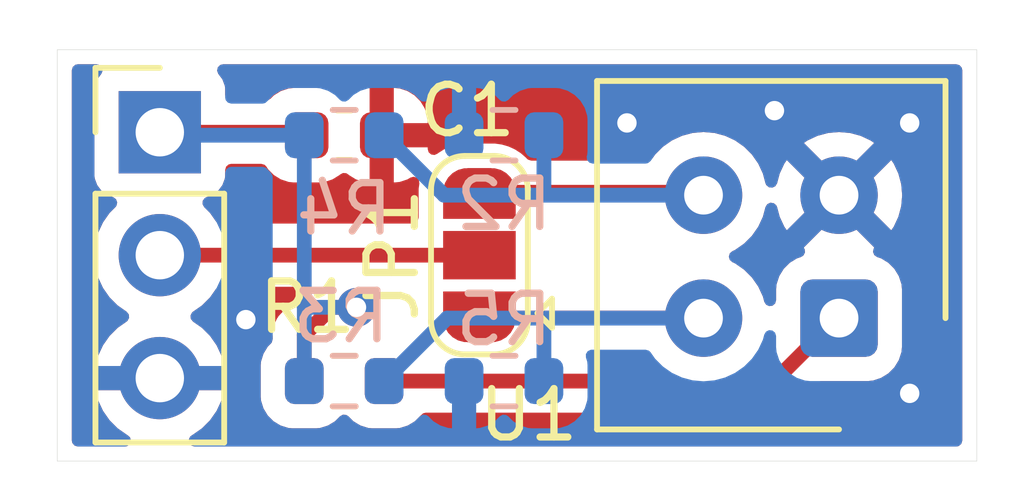
<source format=kicad_pcb>
(kicad_pcb (version 20221018) (generator pcbnew)
  (layers (0 "F.Cu" signal) (31 "B.Cu" signal) (34 "B.Paste" user) (35 "F.Paste" user) (36 "B.SilkS" user "B.Silkscreen") (37 "F.SilkS" user "F.Silkscreen") (38 "B.Mask" user) (39 "F.Mask" user) (44 "Edge.Cuts" user))
  (net 0 "")
  (net 1 "VCC")
  (net 2 "GND")
  (net 3 "/OUTPUT")
  (net 4 "Net-(U1-A)")
  (net 5 "Net-(JP1-B)")
  (net 6 "Net-(JP1-A)")
  (footprint "Jumper:SolderJumper-3_P1.3mm_Open_RoundedPad1.0x1.5mm" (layer "F.Cu") (at 103.124 71.12 90)
    (fp_text reference "JP1" (at 0 -1.8 90) (layer "F.SilkS"))
    (fp_text value "SolderJumper_3_Open" hide)
    (fp_line (start -2.05 0.3) (end -2.05 -0.3) (stroke (width 0.12)) (layer "F.SilkS"))
    (fp_line (start -1.5 1.5) (end -0.9 1.5) (stroke (width 0.12)) (layer "F.SilkS"))
    (fp_line (start -1.4 -1) (end 1.4 -1) (stroke (width 0.12)) (layer "F.SilkS"))
    (fp_line (start -1.2 1.2) (end -1.5 1.5) (stroke (width 0.12)) (layer "F.SilkS"))
    (fp_line (start -1.2 1.2) (end -0.9 1.5) (stroke (width 0.12)) (layer "F.SilkS"))
    (fp_line (start 1.4 1) (end -1.4 1) (stroke (width 0.12)) (layer "F.SilkS"))
    (fp_line (start 2.05 -0.3) (end 2.05 0.3) (stroke (width 0.12)) (layer "F.SilkS"))
    (fp_arc (start -2.05 -0.3) (mid -1.844975 -0.794975) (end -1.35 -1) (stroke (width 0.12)) (layer "F.SilkS"))
    (fp_arc (start -1.35 1) (mid -1.844975 0.794975) (end -2.05 0.3) (stroke (width 0.12)) (layer "F.SilkS"))
    (fp_arc (start 1.35 -1) (mid 1.844975 -0.794975) (end 2.05 -0.3) (stroke (width 0.12)) (layer "F.SilkS"))
    (fp_arc (start 2.05 0.3) (mid 1.844975 0.794975) (end 1.35 1) (stroke (width 0.12)) (layer "F.SilkS"))
    (pad "1" smd custom (at -1.3 0 90) (size 1 0.5) (layers "F.Cu" "F.Mask") (net 6 "Net-(JP1-A)") (options (clearance outline) (anchor rect)) (primitives (gr_circle (center 0 0.25) (end 0.5 0.25) (width 0) (fill yes)) (gr_circle (center 0 -0.25) (end 0.5 -0.25) (width 0) (fill yes)) (gr_poly (pts (xy 0.55 0.75) (xy 0 0.75) (xy 0 -0.75) (xy 0.55 -0.75)) (width 0) (fill yes))))
    (pad "2" smd rect (at 0 0 90) (size 1 1.5) (layers "F.Cu" "F.Mask") (net 3 "/OUTPUT"))
    (pad "3" smd custom (at 1.3 0 90) (size 1 0.5) (layers "F.Cu" "F.Mask") (net 5 "Net-(JP1-B)") (options (clearance outline) (anchor rect)) (primitives (gr_circle (center 0 0.25) (end 0.5 0.25) (width 0) (fill yes)) (gr_circle (center 0 -0.25) (end 0.5 -0.25) (width 0) (fill yes)) (gr_poly (pts (xy 0 0.75) (xy -0.55 0.75) (xy -0.55 -0.75) (xy 0 -0.75)) (width 0) (fill yes))))
  )
  (footprint "OptoDevice:Vishay_CNY70" (layer "F.Cu") (at 110.554366 72.420702 180)
    (fp_text reference "U1" (at 6.414366 -2.001298) (layer "F.SilkS"))
    (fp_text value "CNY70")
    (fp_line (start -2.2 0) (end -2.2 4.9) (stroke (width 0.12)) (layer "F.SilkS"))
    (fp_line (start -2.2 4.9) (end 5 4.9) (stroke (width 0.12)) (layer "F.SilkS"))
    (fp_line (start 5 -2.3) (end 0 -2.3) (stroke (width 0.12)) (layer "F.SilkS"))
    (fp_line (start 5 4.9) (end 5 -2.3) (stroke (width 0.12)) (layer "F.SilkS"))
    (pad "1" thru_hole roundrect (at 0 0 180) (size 1.6 1.6) (drill 0.8) (layers "*.Cu" "*.Mask") (roundrect_rratio 0.156) (net 4 "Net-(U1-A)"))
    (pad "2" thru_hole circle (at 0 2.54 180) (size 1.6 1.6) (drill 0.8) (layers "*.Cu" "*.Mask") (net 2 "GND"))
    (pad "3" thru_hole circle (at 2.8 2.54 180) (size 1.6 1.6) (drill 0.8) (layers "*.Cu" "*.Mask") (net 5 "Net-(JP1-B)"))
    (pad "4" thru_hole circle (at 2.8 0 180) (size 1.6 1.6) (drill 0.8) (layers "*.Cu" "*.Mask") (net 6 "Net-(JP1-A)"))
  )
  (footprint "Connector_PinHeader_2.54mm:PinHeader_1x03_P2.54mm_Vertical" (layer "F.Cu") (at 96.52 68.58)
    (fp_text reference "J1" hide)
    (fp_text value "~" hide)
    (fp_line (start -1.33 -1.33) (end 0 -1.33) (stroke (width 0.12)) (layer "F.SilkS"))
    (fp_line (start -1.33 0) (end -1.33 -1.33) (stroke (width 0.12)) (layer "F.SilkS"))
    (fp_line (start -1.33 1.27) (end -1.33 6.41) (stroke (width 0.12)) (layer "F.SilkS"))
    (fp_line (start -1.33 1.27) (end 1.33 1.27) (stroke (width 0.12)) (layer "F.SilkS"))
    (fp_line (start -1.33 6.41) (end 1.33 6.41) (stroke (width 0.12)) (layer "F.SilkS"))
    (fp_line (start 1.33 1.27) (end 1.33 6.41) (stroke (width 0.12)) (layer "F.SilkS"))
    (pad "1" thru_hole rect (at 0 0) (size 1.7 1.7) (drill 1) (layers "*.Cu" "*.Mask") (net 1 "VCC"))
    (pad "2" thru_hole oval (at 0 2.54) (size 1.7 1.7) (drill 1) (layers "*.Cu" "*.Mask") (net 3 "/OUTPUT"))
    (pad "3" thru_hole oval (at 0 5.08) (size 1.7 1.7) (drill 1) (layers "*.Cu" "*.Mask") (net 2 "GND"))
  )
  (footprint "Resistor_SMD:R_0603_1608Metric" (layer "F.Cu") (at 100.33 73.721719)
    (fp_text reference "R1" (at -0.762 -1.524 -360) (layer "F.SilkS"))
    (fp_text value "220")
    (fp_line (start -0.237258 -0.5225) (end 0.237258 -0.5225) (stroke (width 0.12)) (layer "F.SilkS"))
    (fp_line (start -0.237258 0.5225) (end 0.237258 0.5225) (stroke (width 0.12)) (layer "F.SilkS"))
    (pad "1" smd roundrect (at -0.825 0) (size 0.8 0.95) (layers "F.Cu" "F.Paste" "F.Mask") (net 1 "VCC"))
    (pad "2" smd roundrect (at 0.825 0) (size 0.8 0.95) (layers "F.Cu" "F.Paste" "F.Mask") (net 4 "Net-(U1-A)"))
  )
  (footprint "Capacitor_SMD:C_0603_1608Metric" (layer "F.Cu") (at 100.33 68.641719)
    (fp_text reference "C1" (at 2.54 -0.508) (layer "F.SilkS"))
    (fp_text value "100n")
    (fp_line (start -0.14058 -0.51) (end 0.14058 -0.51) (stroke (width 0.12)) (layer "F.SilkS"))
    (fp_line (start -0.14058 0.51) (end 0.14058 0.51) (stroke (width 0.12)) (layer "F.SilkS"))
    (pad "1" smd roundrect (at -0.775 0) (size 0.9 0.95) (layers "F.Cu" "F.Paste" "F.Mask") (net 1 "VCC"))
    (pad "2" smd roundrect (at 0.775 0) (size 0.9 0.95) (layers "F.Cu" "F.Paste" "F.Mask") (net 2 "GND"))
  )
  (footprint "Resistor_SMD:R_0603_1608Metric" (layer "B.Cu") (at 100.33 68.641719 180)
    (fp_text reference "R4" (at 0 -1.524) (layer "B.SilkS") (effects (justify mirror)))
    (fp_text value "1k" hide)
    (fp_line (start -0.237258 -0.5225) (end 0.237258 -0.5225) (stroke (width 0.12)) (layer "B.SilkS"))
    (fp_line (start -0.237258 0.5225) (end 0.237258 0.5225) (stroke (width 0.12)) (layer "B.SilkS"))
    (pad "1" smd roundrect (at -0.825 0 180) (size 0.8 0.95) (layers "B.Cu" "B.Paste" "B.Mask") (net 5 "Net-(JP1-B)"))
    (pad "2" smd roundrect (at 0.825 0 180) (size 0.8 0.95) (layers "B.Cu" "B.Paste" "B.Mask") (net 1 "VCC"))
  )
  (footprint "Resistor_SMD:R_0603_1608Metric" (layer "B.Cu") (at 100.33 73.721719 180)
    (fp_text reference "R3" (at 0.063 1.33) (layer "B.SilkS") (effects (justify mirror)))
    (fp_text value "1k" hide)
    (fp_line (start -0.237258 -0.5225) (end 0.237258 -0.5225) (stroke (width 0.12)) (layer "B.SilkS"))
    (fp_line (start -0.237258 0.5225) (end 0.237258 0.5225) (stroke (width 0.12)) (layer "B.SilkS"))
    (pad "1" smd roundrect (at -0.825 0 180) (size 0.8 0.95) (layers "B.Cu" "B.Paste" "B.Mask") (net 6 "Net-(JP1-A)"))
    (pad "2" smd roundrect (at 0.825 0 180) (size 0.8 0.95) (layers "B.Cu" "B.Paste" "B.Mask") (net 1 "VCC"))
  )
  (footprint "Resistor_SMD:R_0603_1608Metric" (layer "B.Cu") (at 103.632 68.641719)
    (fp_text reference "R2" (at 0 1.43) (layer "B.SilkS") (effects (justify mirror)))
    (fp_text value "1k" hide)
    (fp_line (start -0.237258 -0.5225) (end 0.237258 -0.5225) (stroke (width 0.12)) (layer "B.SilkS"))
    (fp_line (start -0.237258 0.5225) (end 0.237258 0.5225) (stroke (width 0.12)) (layer "B.SilkS"))
    (pad "1" smd roundrect (at -0.825 0) (size 0.8 0.95) (layers "B.Cu" "B.Paste" "B.Mask") (net 2 "GND"))
    (pad "2" smd roundrect (at 0.825 0) (size 0.8 0.95) (layers "B.Cu" "B.Paste" "B.Mask") (net 5 "Net-(JP1-B)"))
  )
  (footprint "Resistor_SMD:R_0603_1608Metric" (layer "B.Cu") (at 103.632 73.721719)
    (fp_text reference "R5" (at 0 -1.27) (layer "B.SilkS") (effects (justify mirror)))
    (fp_text value "1k" hide)
    (fp_line (start -0.237258 -0.5225) (end 0.237258 -0.5225) (stroke (width 0.12)) (layer "B.SilkS"))
    (fp_line (start -0.237258 0.5225) (end 0.237258 0.5225) (stroke (width 0.12)) (layer "B.SilkS"))
    (pad "1" smd roundrect (at -0.825 0) (size 0.8 0.95) (layers "B.Cu" "B.Paste" "B.Mask") (net 2 "GND"))
    (pad "2" smd roundrect (at 0.825 0) (size 0.8 0.95) (layers "B.Cu" "B.Paste" "B.Mask") (net 6 "Net-(JP1-A)"))
  )
  (gr_line (start 94.401565 75.374776) (end 94.401565 66.874776) (stroke (width 0.01)) (layer "Edge.Cuts"))
  (gr_line (start 113.401565 66.874776) (end 113.401565 75.374776) (stroke (width 0.01)) (layer "Edge.Cuts"))
  (gr_line (start 94.401565 66.874776) (end 113.401565 66.874776) (stroke (width 0.01)) (layer "Edge.Cuts"))
  (gr_line (start 113.401565 75.374776) (end 94.401565 75.374776) (stroke (width 0.01)) (layer "Edge.Cuts"))
  (segment (start 99.505 72.768719) (end 100.076 72.197719) (width 0.3048) (layer "F.Cu") (net 1))
  (segment (start 100.076 72.197719) (end 100.584 72.197719) (width 0.3048) (layer "F.Cu") (net 1))
  (segment (start 99.493281 68.58) (end 96.52 68.58) (width 0.3048) (layer "F.Cu") (net 1))
  (segment (start 99.505 73.721719) (end 99.505 72.768719) (width 0.3048) (layer "F.Cu") (net 1))
  (segment (start 99.555 68.641719) (end 99.493281 68.58) (width 0.3048) (layer "F.Cu") (net 1))
  (via (at 100.584 72.197719) (size 0.8) (drill 0.4) (layers "F.Cu" "B.Cu") (net 1))
  (segment (start 99.505 68.641719) (end 99.505 72.197719) (width 0.3048) (layer "B.Cu") (net 1))
  (segment (start 99.505 68.641719) (end 96.581719 68.641719) (width 0.3048) (layer "B.Cu") (net 1))
  (segment (start 100.584 72.197719) (end 99.505 72.197719) (width 0.3048) (layer "B.Cu") (net 1))
  (segment (start 99.505 72.197719) (end 99.505 73.721719) (width 0.3048) (layer "B.Cu") (net 1))
  (segment (start 96.581719 68.641719) (end 96.52 68.58) (width 0.3048) (layer "B.Cu") (net 1))
  (via (at 106.172 68.387719) (size 0.8) (drill 0.4) (layers "F.Cu" "B.Cu") (net 2))
  (via (at 112.014 73.975719) (size 0.8) (drill 0.4) (layers "F.Cu" "B.Cu") (net 2))
  (via (at 112.014 68.387719) (size 0.8) (drill 0.4) (layers "F.Cu" "B.Cu") (net 2))
  (via (at 109.22 68.133719) (size 0.8) (drill 0.4) (layers "F.Cu" "B.Cu") (net 2))
  (via (at 98.298 72.451719) (size 0.8) (drill 0.4) (layers "F.Cu" "B.Cu") (net 2))
  (segment (start 96.52 71.12) (end 103.124 71.12) (width 0.3048) (layer "F.Cu") (net 3))
  (segment (start 108.966 73.975719) (end 110.521017 72.420702) (width 0.3048) (layer "F.Cu") (net 4))
  (segment (start 110.521017 72.420702) (end 110.554366 72.420702) (width 0.3048) (layer "F.Cu") (net 4))
  (segment (start 101.155 73.721719) (end 106.68 73.721719) (width 0.3048) (layer "F.Cu") (net 4))
  (segment (start 106.934 73.975719) (end 108.966 73.975719) (width 0.3048) (layer "F.Cu") (net 4))
  (segment (start 106.68 73.721719) (end 106.934 73.975719) (width 0.3048) (layer "F.Cu") (net 4))
  (segment (start 103.124 69.82) (end 107.693664 69.82) (width 0.3048) (layer "F.Cu") (net 5))
  (segment (start 107.693664 69.82) (end 107.754366 69.880702) (width 0.3048) (layer "F.Cu") (net 5))
  (segment (start 104.457 69.817702) (end 104.394 69.880702) (width 0.3048) (layer "B.Cu") (net 5))
  (segment (start 104.457 68.641719) (end 104.457 69.817702) (width 0.3048) (layer "B.Cu") (net 5))
  (segment (start 102.393983 69.880702) (end 101.155 68.641719) (width 0.3048) (layer "B.Cu") (net 5))
  (segment (start 107.754366 69.880702) (end 104.394 69.880702) (width 0.3048) (layer "B.Cu") (net 5))
  (segment (start 104.394 69.880702) (end 102.393983 69.880702) (width 0.3048) (layer "B.Cu") (net 5))
  (segment (start 103.124 72.42) (end 107.753664 72.42) (width 0.3048) (layer "F.Cu") (net 6))
  (segment (start 107.753664 72.42) (end 107.754366 72.420702) (width 0.3048) (layer "F.Cu") (net 6))
  (segment (start 104.457 72.483702) (end 104.394 72.420702) (width 0.3048) (layer "B.Cu") (net 6))
  (segment (start 104.457 73.721719) (end 104.457 72.483702) (width 0.3048) (layer "B.Cu") (net 6))
  (segment (start 104.394 72.420702) (end 102.456017 72.420702) (width 0.3048) (layer "B.Cu") (net 6))
  (segment (start 102.456017 72.420702) (end 101.155 73.721719) (width 0.3048) (layer "B.Cu") (net 6))
  (segment (start 107.754366 72.420702) (end 104.394 72.420702) (width 0.3048) (layer "B.Cu") (net 6))
  (zone (net 2) (net_name "GND") (layer "F.Cu") (priority 1) (connect_pads (clearance 0.5)) (min_thickness 0.25) (fill yes (thermal_gap 0.5) (thermal_bridge_width 0.5))
    (polygon (pts (xy 93.218 65.847719) (xy 114.3 65.847719) (xy 114.3 76.261719) (xy 93.218 76.261719)))
  )
  (zone (net 2) (net_name "GND") (layer "B.Cu") (connect_pads (clearance 0.5)) (min_thickness 0.25) (fill yes (thermal_gap 0.5) (thermal_bridge_width 0.5))
    (polygon (pts (xy 93.218 65.847719) (xy 114.3 65.847719) (xy 114.3 76.261719) (xy 93.218 76.261719)))
  )
)
</source>
